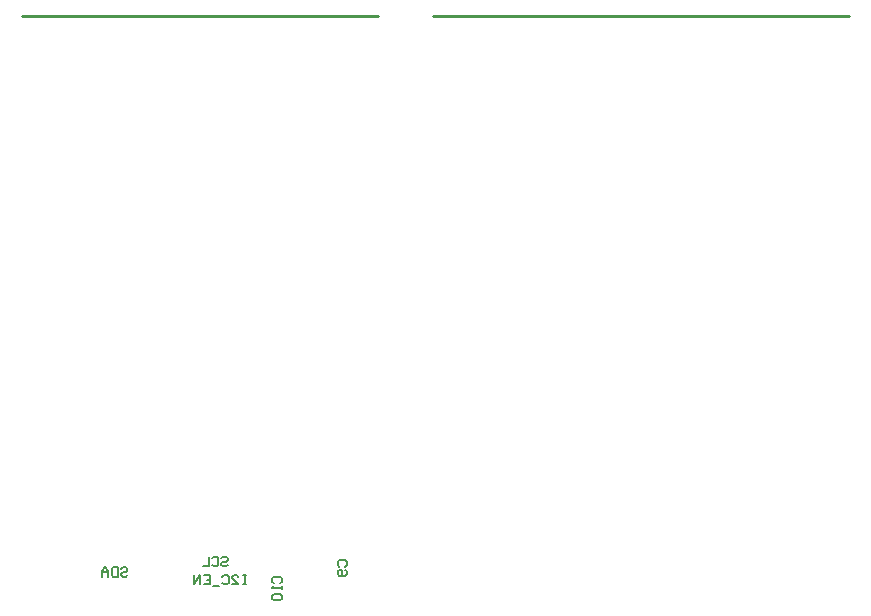
<source format=gbo>
G04*
G04 #@! TF.GenerationSoftware,Altium Limited,Altium Designer,18.1.7 (191)*
G04*
G04 Layer_Color=32896*
%FSLAX25Y25*%
%MOIN*%
G70*
G01*
G75*
%ADD14C,0.00591*%
%ADD15C,0.01000*%
D14*
X32940Y49474D02*
X33465Y49999D01*
X34515D01*
X35039Y49474D01*
Y48950D01*
X34515Y48425D01*
X33465D01*
X32940Y47900D01*
Y47375D01*
X33465Y46850D01*
X34515D01*
X35039Y47375D01*
X31891Y49999D02*
Y46850D01*
X30316D01*
X29792Y47375D01*
Y49474D01*
X30316Y49999D01*
X31891D01*
X28742Y46850D02*
Y48950D01*
X27693Y49999D01*
X26643Y48950D01*
Y46850D01*
Y48425D01*
X28742D01*
X66405Y53017D02*
X66930Y53542D01*
X67979D01*
X68504Y53017D01*
Y52493D01*
X67979Y51968D01*
X66930D01*
X66405Y51443D01*
Y50919D01*
X66930Y50394D01*
X67979D01*
X68504Y50919D01*
X63256Y53017D02*
X63781Y53542D01*
X64831D01*
X65355Y53017D01*
Y50919D01*
X64831Y50394D01*
X63781D01*
X63256Y50919D01*
X62207Y53542D02*
Y50394D01*
X60108D01*
X74618Y47456D02*
X73569D01*
X74093D01*
Y44307D01*
X74618D01*
X73569D01*
X69895D02*
X71994D01*
X69895Y46406D01*
Y46931D01*
X70420Y47456D01*
X71469D01*
X71994Y46931D01*
X66747D02*
X67271Y47456D01*
X68321D01*
X68846Y46931D01*
Y44832D01*
X68321Y44307D01*
X67271D01*
X66747Y44832D01*
X65697Y43782D02*
X63598D01*
X60449Y47456D02*
X62549D01*
Y44307D01*
X60449D01*
X62549Y45881D02*
X61499D01*
X59400Y44307D02*
Y47456D01*
X57301Y44307D01*
Y47456D01*
X105644Y50263D02*
X105119Y50788D01*
Y51837D01*
X105644Y52362D01*
X107743D01*
X108268Y51837D01*
Y50788D01*
X107743Y50263D01*
Y49214D02*
X108268Y48689D01*
Y47639D01*
X107743Y47115D01*
X105644D01*
X105119Y47639D01*
Y48689D01*
X105644Y49214D01*
X106169D01*
X106693Y48689D01*
Y47115D01*
X83940Y44767D02*
X83415Y45292D01*
Y46341D01*
X83940Y46866D01*
X86039D01*
X86564Y46341D01*
Y45292D01*
X86039Y44767D01*
X86564Y43718D02*
Y42668D01*
Y43193D01*
X83415D01*
X83940Y43718D01*
Y41094D02*
X83415Y40569D01*
Y39519D01*
X83940Y38995D01*
X86039D01*
X86564Y39519D01*
Y40569D01*
X86039Y41094D01*
X83940D01*
D15*
X137008Y233858D02*
X275590D01*
X0D02*
X118504D01*
M02*

</source>
